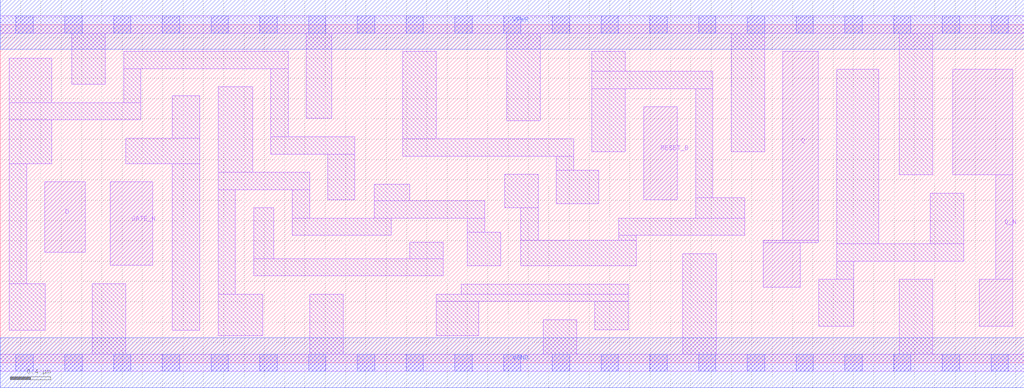
<source format=lef>
# Copyright 2020 The SkyWater PDK Authors
#
# Licensed under the Apache License, Version 2.0 (the "License");
# you may not use this file except in compliance with the License.
# You may obtain a copy of the License at
#
#     https://www.apache.org/licenses/LICENSE-2.0
#
# Unless required by applicable law or agreed to in writing, software
# distributed under the License is distributed on an "AS IS" BASIS,
# WITHOUT WARRANTIES OR CONDITIONS OF ANY KIND, either express or implied.
# See the License for the specific language governing permissions and
# limitations under the License.
#
# SPDX-License-Identifier: Apache-2.0

VERSION 5.7 ;
  NAMESCASESENSITIVE ON ;
  NOWIREEXTENSIONATPIN ON ;
  DIVIDERCHAR "/" ;
  BUSBITCHARS "[]" ;
UNITS
  DATABASE MICRONS 200 ;
END UNITS
MACRO sky130_fd_sc_lp__dlrbn_lp
  CLASS CORE ;
  FOREIGN sky130_fd_sc_lp__dlrbn_lp ;
  ORIGIN  0.000000  0.000000 ;
  SIZE  10.08000 BY  3.330000 ;
  SYMMETRY X Y R90 ;
  SITE unit ;
  PIN D
    ANTENNAGATEAREA  0.376000 ;
    DIRECTION INPUT ;
    USE SIGNAL ;
    PORT
      LAYER li1 ;
        RECT 0.440000 1.090000 0.835000 1.780000 ;
    END
  END D
  PIN Q
    ANTENNADIFFAREA  0.402600 ;
    DIRECTION OUTPUT ;
    USE SIGNAL ;
    PORT
      LAYER li1 ;
        RECT 7.510000 0.745000 7.875000 1.180000 ;
        RECT 7.510000 1.180000 8.055000 1.205000 ;
        RECT 7.705000 1.205000 8.055000 3.065000 ;
    END
  END Q
  PIN Q_N
    ANTENNADIFFAREA  0.402600 ;
    DIRECTION OUTPUT ;
    USE SIGNAL ;
    PORT
      LAYER li1 ;
        RECT 9.380000 1.850000 9.970000 2.890000 ;
        RECT 9.640000 0.360000 9.970000 0.820000 ;
        RECT 9.800000 0.820000 9.970000 1.850000 ;
    END
  END Q_N
  PIN RESET_B
    ANTENNAGATEAREA  0.313000 ;
    DIRECTION INPUT ;
    USE SIGNAL ;
    PORT
      LAYER li1 ;
        RECT 6.335000 1.605000 6.665000 2.520000 ;
    END
  END RESET_B
  PIN GATE_N
    ANTENNAGATEAREA  0.376000 ;
    DIRECTION INPUT ;
    USE CLOCK ;
    PORT
      LAYER li1 ;
        RECT 1.085000 0.960000 1.500000 1.780000 ;
    END
  END GATE_N
  PIN VGND
    DIRECTION INOUT ;
    USE GROUND ;
    PORT
      LAYER met1 ;
        RECT 0.000000 -0.245000 10.080000 0.245000 ;
    END
  END VGND
  PIN VPWR
    DIRECTION INOUT ;
    USE POWER ;
    PORT
      LAYER met1 ;
        RECT 0.000000 3.085000 10.080000 3.575000 ;
    END
  END VPWR
  OBS
    LAYER li1 ;
      RECT 0.000000 -0.085000 10.080000 0.085000 ;
      RECT 0.000000  3.245000 10.080000 3.415000 ;
      RECT 0.090000  0.320000  0.445000 0.780000 ;
      RECT 0.090000  0.780000  0.260000 1.960000 ;
      RECT 0.090000  1.960000  0.505000 2.390000 ;
      RECT 0.090000  2.390000  1.385000 2.560000 ;
      RECT 0.090000  2.560000  0.505000 3.000000 ;
      RECT 0.705000  2.740000  1.035000 3.245000 ;
      RECT 0.905000  0.085000  1.235000 0.780000 ;
      RECT 1.215000  2.560000  1.385000 2.895000 ;
      RECT 1.215000  2.895000  2.835000 3.065000 ;
      RECT 1.235000  1.960000  1.965000 2.210000 ;
      RECT 1.695000  0.320000  1.965000 1.960000 ;
      RECT 1.695000  2.210000  1.965000 2.630000 ;
      RECT 2.145000  0.265000  2.585000 0.675000 ;
      RECT 2.145000  0.675000  2.315000 1.705000 ;
      RECT 2.145000  1.705000  3.045000 1.875000 ;
      RECT 2.145000  1.875000  2.485000 2.715000 ;
      RECT 2.495000  0.855000  4.360000 1.025000 ;
      RECT 2.495000  1.025000  2.695000 1.525000 ;
      RECT 2.665000  2.055000  3.490000 2.225000 ;
      RECT 2.665000  2.225000  2.835000 2.895000 ;
      RECT 2.875000  1.255000  3.850000 1.425000 ;
      RECT 2.875000  1.425000  3.045000 1.705000 ;
      RECT 3.015000  2.405000  3.265000 3.245000 ;
      RECT 3.045000  0.085000  3.375000 0.675000 ;
      RECT 3.225000  1.605000  3.490000 2.055000 ;
      RECT 3.680000  1.425000  4.770000 1.595000 ;
      RECT 3.680000  1.595000  4.030000 1.755000 ;
      RECT 3.965000  2.035000  5.645000 2.205000 ;
      RECT 3.965000  2.205000  4.295000 3.065000 ;
      RECT 4.030000  1.025000  4.360000 1.185000 ;
      RECT 4.295000  0.265000  4.710000 0.605000 ;
      RECT 4.295000  0.605000  6.185000 0.675000 ;
      RECT 4.540000  0.675000  6.185000 0.775000 ;
      RECT 4.600000  0.955000  4.930000 1.285000 ;
      RECT 4.600000  1.285000  4.770000 1.425000 ;
      RECT 4.965000  1.525000  5.295000 1.855000 ;
      RECT 4.985000  2.385000  5.315000 3.245000 ;
      RECT 5.125000  0.955000  6.260000 1.205000 ;
      RECT 5.125000  1.205000  5.295000 1.525000 ;
      RECT 5.345000  0.085000  5.675000 0.425000 ;
      RECT 5.475000  1.565000  5.890000 1.895000 ;
      RECT 5.475000  1.895000  5.645000 2.035000 ;
      RECT 5.825000  2.075000  6.155000 2.700000 ;
      RECT 5.825000  2.700000  7.015000 2.870000 ;
      RECT 5.825000  2.870000  6.155000 3.065000 ;
      RECT 5.855000  0.325000  6.185000 0.605000 ;
      RECT 6.090000  1.205000  6.260000 1.255000 ;
      RECT 6.090000  1.255000  7.330000 1.425000 ;
      RECT 6.720000  0.085000  7.050000 1.075000 ;
      RECT 6.845000  1.425000  7.330000 1.625000 ;
      RECT 6.845000  1.625000  7.015000 2.700000 ;
      RECT 7.195000  2.075000  7.525000 3.245000 ;
      RECT 8.060000  0.360000  8.405000 0.820000 ;
      RECT 8.235000  0.820000  8.405000 1.000000 ;
      RECT 8.235000  1.000000  9.485000 1.170000 ;
      RECT 8.235000  1.170000  8.650000 2.890000 ;
      RECT 8.850000  0.085000  9.180000 0.820000 ;
      RECT 8.850000  1.850000  9.180000 3.245000 ;
      RECT 9.155000  1.170000  9.485000 1.670000 ;
    LAYER mcon ;
      RECT 0.155000 -0.085000 0.325000 0.085000 ;
      RECT 0.155000  3.245000 0.325000 3.415000 ;
      RECT 0.635000 -0.085000 0.805000 0.085000 ;
      RECT 0.635000  3.245000 0.805000 3.415000 ;
      RECT 1.115000 -0.085000 1.285000 0.085000 ;
      RECT 1.115000  3.245000 1.285000 3.415000 ;
      RECT 1.595000 -0.085000 1.765000 0.085000 ;
      RECT 1.595000  3.245000 1.765000 3.415000 ;
      RECT 2.075000 -0.085000 2.245000 0.085000 ;
      RECT 2.075000  3.245000 2.245000 3.415000 ;
      RECT 2.555000 -0.085000 2.725000 0.085000 ;
      RECT 2.555000  3.245000 2.725000 3.415000 ;
      RECT 3.035000 -0.085000 3.205000 0.085000 ;
      RECT 3.035000  3.245000 3.205000 3.415000 ;
      RECT 3.515000 -0.085000 3.685000 0.085000 ;
      RECT 3.515000  3.245000 3.685000 3.415000 ;
      RECT 3.995000 -0.085000 4.165000 0.085000 ;
      RECT 3.995000  3.245000 4.165000 3.415000 ;
      RECT 4.475000 -0.085000 4.645000 0.085000 ;
      RECT 4.475000  3.245000 4.645000 3.415000 ;
      RECT 4.955000 -0.085000 5.125000 0.085000 ;
      RECT 4.955000  3.245000 5.125000 3.415000 ;
      RECT 5.435000 -0.085000 5.605000 0.085000 ;
      RECT 5.435000  3.245000 5.605000 3.415000 ;
      RECT 5.915000 -0.085000 6.085000 0.085000 ;
      RECT 5.915000  3.245000 6.085000 3.415000 ;
      RECT 6.395000 -0.085000 6.565000 0.085000 ;
      RECT 6.395000  3.245000 6.565000 3.415000 ;
      RECT 6.875000 -0.085000 7.045000 0.085000 ;
      RECT 6.875000  3.245000 7.045000 3.415000 ;
      RECT 7.355000 -0.085000 7.525000 0.085000 ;
      RECT 7.355000  3.245000 7.525000 3.415000 ;
      RECT 7.835000 -0.085000 8.005000 0.085000 ;
      RECT 7.835000  3.245000 8.005000 3.415000 ;
      RECT 8.315000 -0.085000 8.485000 0.085000 ;
      RECT 8.315000  3.245000 8.485000 3.415000 ;
      RECT 8.795000 -0.085000 8.965000 0.085000 ;
      RECT 8.795000  3.245000 8.965000 3.415000 ;
      RECT 9.275000 -0.085000 9.445000 0.085000 ;
      RECT 9.275000  3.245000 9.445000 3.415000 ;
      RECT 9.755000 -0.085000 9.925000 0.085000 ;
      RECT 9.755000  3.245000 9.925000 3.415000 ;
  END
END sky130_fd_sc_lp__dlrbn_lp
END LIBRARY

</source>
